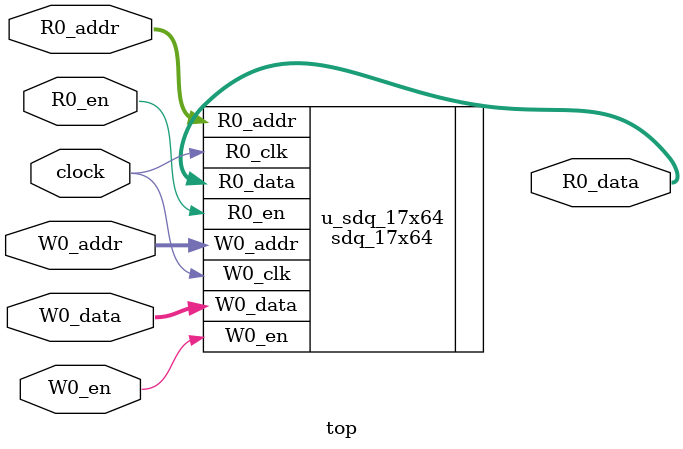
<source format=v>
module top(
  input         clock,
  input  [4:0]  R0_addr,
  input         R0_en,
  output [63:0] R0_data,
  input  [4:0]  W0_addr,
  input         W0_en,
  input  [63:0] W0_data
);
  sdq_17x64 u_sdq_17x64 (
    .R0_addr(R0_addr),
    .R0_en(R0_en),
    .R0_clk(clock),       // Use the same clock for read
    .R0_data(R0_data),
    .W0_addr(W0_addr),
    .W0_en(W0_en),
    .W0_clk(clock),       // Use the same clock for write
    .W0_data(W0_data)
  );

endmodule

</source>
